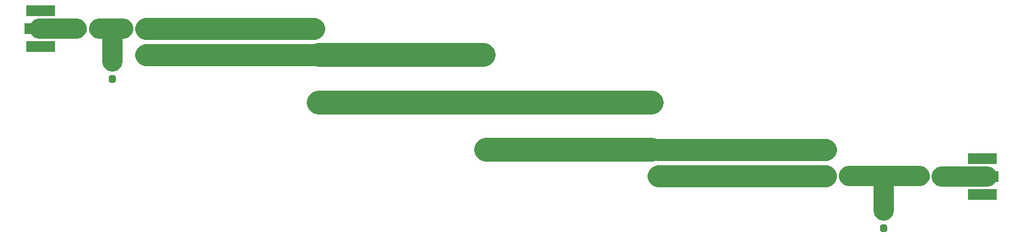
<source format=gbr>
G04 #@! TF.GenerationSoftware,KiCad,Pcbnew,5.1.2-f72e74a~84~ubuntu18.04.1*
G04 #@! TF.CreationDate,2019-11-13T16:28:08+01:00*
G04 #@! TF.ProjectId,filter_without_ind_cap,66696c74-6572-45f7-9769-74686f75745f,rev?*
G04 #@! TF.SameCoordinates,Original*
G04 #@! TF.FileFunction,Copper,L1,Top*
G04 #@! TF.FilePolarity,Positive*
%FSLAX46Y46*%
G04 Gerber Fmt 4.6, Leading zero omitted, Abs format (unit mm)*
G04 Created by KiCad (PCBNEW 5.1.2-f72e74a~84~ubuntu18.04.1) date 2019-11-13 16:28:08*
%MOMM*%
%LPD*%
G04 APERTURE LIST*
%ADD10C,0.100000*%
%ADD11C,0.950000*%
%ADD12C,1.050000*%
%ADD13R,4.060000X1.520000*%
%ADD14R,4.600000X1.520000*%
%ADD15C,0.800000*%
%ADD16C,3.100000*%
%ADD17C,3.416000*%
%ADD18C,2.900000*%
%ADD19C,0.250000*%
G04 APERTURE END LIST*
D10*
G36*
X204730779Y-117486144D02*
G01*
X204753834Y-117489563D01*
X204776443Y-117495227D01*
X204798387Y-117503079D01*
X204819457Y-117513044D01*
X204839448Y-117525026D01*
X204858168Y-117538910D01*
X204875438Y-117554562D01*
X204891090Y-117571832D01*
X204904974Y-117590552D01*
X204916956Y-117610543D01*
X204926921Y-117631613D01*
X204934773Y-117653557D01*
X204940437Y-117676166D01*
X204943856Y-117699221D01*
X204945000Y-117722500D01*
X204945000Y-118297500D01*
X204943856Y-118320779D01*
X204940437Y-118343834D01*
X204934773Y-118366443D01*
X204926921Y-118388387D01*
X204916956Y-118409457D01*
X204904974Y-118429448D01*
X204891090Y-118448168D01*
X204875438Y-118465438D01*
X204858168Y-118481090D01*
X204839448Y-118494974D01*
X204819457Y-118506956D01*
X204798387Y-118516921D01*
X204776443Y-118524773D01*
X204753834Y-118530437D01*
X204730779Y-118533856D01*
X204707500Y-118535000D01*
X204232500Y-118535000D01*
X204209221Y-118533856D01*
X204186166Y-118530437D01*
X204163557Y-118524773D01*
X204141613Y-118516921D01*
X204120543Y-118506956D01*
X204100552Y-118494974D01*
X204081832Y-118481090D01*
X204064562Y-118465438D01*
X204048910Y-118448168D01*
X204035026Y-118429448D01*
X204023044Y-118409457D01*
X204013079Y-118388387D01*
X204005227Y-118366443D01*
X203999563Y-118343834D01*
X203996144Y-118320779D01*
X203995000Y-118297500D01*
X203995000Y-117722500D01*
X203996144Y-117699221D01*
X203999563Y-117676166D01*
X204005227Y-117653557D01*
X204013079Y-117631613D01*
X204023044Y-117610543D01*
X204035026Y-117590552D01*
X204048910Y-117571832D01*
X204064562Y-117554562D01*
X204081832Y-117538910D01*
X204100552Y-117525026D01*
X204120543Y-117513044D01*
X204141613Y-117503079D01*
X204163557Y-117495227D01*
X204186166Y-117489563D01*
X204209221Y-117486144D01*
X204232500Y-117485000D01*
X204707500Y-117485000D01*
X204730779Y-117486144D01*
X204730779Y-117486144D01*
G37*
D11*
X204470000Y-118010000D03*
D10*
G36*
X204730779Y-119236144D02*
G01*
X204753834Y-119239563D01*
X204776443Y-119245227D01*
X204798387Y-119253079D01*
X204819457Y-119263044D01*
X204839448Y-119275026D01*
X204858168Y-119288910D01*
X204875438Y-119304562D01*
X204891090Y-119321832D01*
X204904974Y-119340552D01*
X204916956Y-119360543D01*
X204926921Y-119381613D01*
X204934773Y-119403557D01*
X204940437Y-119426166D01*
X204943856Y-119449221D01*
X204945000Y-119472500D01*
X204945000Y-120047500D01*
X204943856Y-120070779D01*
X204940437Y-120093834D01*
X204934773Y-120116443D01*
X204926921Y-120138387D01*
X204916956Y-120159457D01*
X204904974Y-120179448D01*
X204891090Y-120198168D01*
X204875438Y-120215438D01*
X204858168Y-120231090D01*
X204839448Y-120244974D01*
X204819457Y-120256956D01*
X204798387Y-120266921D01*
X204776443Y-120274773D01*
X204753834Y-120280437D01*
X204730779Y-120283856D01*
X204707500Y-120285000D01*
X204232500Y-120285000D01*
X204209221Y-120283856D01*
X204186166Y-120280437D01*
X204163557Y-120274773D01*
X204141613Y-120266921D01*
X204120543Y-120256956D01*
X204100552Y-120244974D01*
X204081832Y-120231090D01*
X204064562Y-120215438D01*
X204048910Y-120198168D01*
X204035026Y-120179448D01*
X204023044Y-120159457D01*
X204013079Y-120138387D01*
X204005227Y-120116443D01*
X203999563Y-120093834D01*
X203996144Y-120070779D01*
X203995000Y-120047500D01*
X203995000Y-119472500D01*
X203996144Y-119449221D01*
X203999563Y-119426166D01*
X204005227Y-119403557D01*
X204013079Y-119381613D01*
X204023044Y-119360543D01*
X204035026Y-119340552D01*
X204048910Y-119321832D01*
X204064562Y-119304562D01*
X204081832Y-119288910D01*
X204100552Y-119275026D01*
X204120543Y-119263044D01*
X204141613Y-119253079D01*
X204163557Y-119245227D01*
X204186166Y-119239563D01*
X204209221Y-119236144D01*
X204232500Y-119235000D01*
X204707500Y-119235000D01*
X204730779Y-119236144D01*
X204730779Y-119236144D01*
G37*
D11*
X204470000Y-119760000D03*
D10*
G36*
X95510779Y-98036144D02*
G01*
X95533834Y-98039563D01*
X95556443Y-98045227D01*
X95578387Y-98053079D01*
X95599457Y-98063044D01*
X95619448Y-98075026D01*
X95638168Y-98088910D01*
X95655438Y-98104562D01*
X95671090Y-98121832D01*
X95684974Y-98140552D01*
X95696956Y-98160543D01*
X95706921Y-98181613D01*
X95714773Y-98203557D01*
X95720437Y-98226166D01*
X95723856Y-98249221D01*
X95725000Y-98272500D01*
X95725000Y-98847500D01*
X95723856Y-98870779D01*
X95720437Y-98893834D01*
X95714773Y-98916443D01*
X95706921Y-98938387D01*
X95696956Y-98959457D01*
X95684974Y-98979448D01*
X95671090Y-98998168D01*
X95655438Y-99015438D01*
X95638168Y-99031090D01*
X95619448Y-99044974D01*
X95599457Y-99056956D01*
X95578387Y-99066921D01*
X95556443Y-99074773D01*
X95533834Y-99080437D01*
X95510779Y-99083856D01*
X95487500Y-99085000D01*
X95012500Y-99085000D01*
X94989221Y-99083856D01*
X94966166Y-99080437D01*
X94943557Y-99074773D01*
X94921613Y-99066921D01*
X94900543Y-99056956D01*
X94880552Y-99044974D01*
X94861832Y-99031090D01*
X94844562Y-99015438D01*
X94828910Y-98998168D01*
X94815026Y-98979448D01*
X94803044Y-98959457D01*
X94793079Y-98938387D01*
X94785227Y-98916443D01*
X94779563Y-98893834D01*
X94776144Y-98870779D01*
X94775000Y-98847500D01*
X94775000Y-98272500D01*
X94776144Y-98249221D01*
X94779563Y-98226166D01*
X94785227Y-98203557D01*
X94793079Y-98181613D01*
X94803044Y-98160543D01*
X94815026Y-98140552D01*
X94828910Y-98121832D01*
X94844562Y-98104562D01*
X94861832Y-98088910D01*
X94880552Y-98075026D01*
X94900543Y-98063044D01*
X94921613Y-98053079D01*
X94943557Y-98045227D01*
X94966166Y-98039563D01*
X94989221Y-98036144D01*
X95012500Y-98035000D01*
X95487500Y-98035000D01*
X95510779Y-98036144D01*
X95510779Y-98036144D01*
G37*
D11*
X95250000Y-98560000D03*
D10*
G36*
X95510779Y-96286144D02*
G01*
X95533834Y-96289563D01*
X95556443Y-96295227D01*
X95578387Y-96303079D01*
X95599457Y-96313044D01*
X95619448Y-96325026D01*
X95638168Y-96338910D01*
X95655438Y-96354562D01*
X95671090Y-96371832D01*
X95684974Y-96390552D01*
X95696956Y-96410543D01*
X95706921Y-96431613D01*
X95714773Y-96453557D01*
X95720437Y-96476166D01*
X95723856Y-96499221D01*
X95725000Y-96522500D01*
X95725000Y-97097500D01*
X95723856Y-97120779D01*
X95720437Y-97143834D01*
X95714773Y-97166443D01*
X95706921Y-97188387D01*
X95696956Y-97209457D01*
X95684974Y-97229448D01*
X95671090Y-97248168D01*
X95655438Y-97265438D01*
X95638168Y-97281090D01*
X95619448Y-97294974D01*
X95599457Y-97306956D01*
X95578387Y-97316921D01*
X95556443Y-97324773D01*
X95533834Y-97330437D01*
X95510779Y-97333856D01*
X95487500Y-97335000D01*
X95012500Y-97335000D01*
X94989221Y-97333856D01*
X94966166Y-97330437D01*
X94943557Y-97324773D01*
X94921613Y-97316921D01*
X94900543Y-97306956D01*
X94880552Y-97294974D01*
X94861832Y-97281090D01*
X94844562Y-97265438D01*
X94828910Y-97248168D01*
X94815026Y-97229448D01*
X94803044Y-97209457D01*
X94793079Y-97188387D01*
X94785227Y-97166443D01*
X94779563Y-97143834D01*
X94776144Y-97120779D01*
X94775000Y-97097500D01*
X94775000Y-96522500D01*
X94776144Y-96499221D01*
X94779563Y-96476166D01*
X94785227Y-96453557D01*
X94793079Y-96431613D01*
X94803044Y-96410543D01*
X94815026Y-96390552D01*
X94828910Y-96371832D01*
X94844562Y-96354562D01*
X94861832Y-96338910D01*
X94880552Y-96325026D01*
X94900543Y-96313044D01*
X94921613Y-96303079D01*
X94943557Y-96295227D01*
X94966166Y-96289563D01*
X94989221Y-96286144D01*
X95012500Y-96285000D01*
X95487500Y-96285000D01*
X95510779Y-96286144D01*
X95510779Y-96286144D01*
G37*
D11*
X95250000Y-96810000D03*
D10*
G36*
X197589505Y-111806204D02*
G01*
X197613773Y-111809804D01*
X197637572Y-111815765D01*
X197660671Y-111824030D01*
X197682850Y-111834520D01*
X197703893Y-111847132D01*
X197723599Y-111861747D01*
X197741777Y-111878223D01*
X197758253Y-111896401D01*
X197772868Y-111916107D01*
X197785480Y-111937150D01*
X197795970Y-111959329D01*
X197804235Y-111982428D01*
X197810196Y-112006227D01*
X197813796Y-112030495D01*
X197815000Y-112054999D01*
X197815000Y-112605001D01*
X197813796Y-112629505D01*
X197810196Y-112653773D01*
X197804235Y-112677572D01*
X197795970Y-112700671D01*
X197785480Y-112722850D01*
X197772868Y-112743893D01*
X197758253Y-112763599D01*
X197741777Y-112781777D01*
X197723599Y-112798253D01*
X197703893Y-112812868D01*
X197682850Y-112825480D01*
X197660671Y-112835970D01*
X197637572Y-112844235D01*
X197613773Y-112850196D01*
X197589505Y-112853796D01*
X197565001Y-112855000D01*
X196814999Y-112855000D01*
X196790495Y-112853796D01*
X196766227Y-112850196D01*
X196742428Y-112844235D01*
X196719329Y-112835970D01*
X196697150Y-112825480D01*
X196676107Y-112812868D01*
X196656401Y-112798253D01*
X196638223Y-112781777D01*
X196621747Y-112763599D01*
X196607132Y-112743893D01*
X196594520Y-112722850D01*
X196584030Y-112700671D01*
X196575765Y-112677572D01*
X196569804Y-112653773D01*
X196566204Y-112629505D01*
X196565000Y-112605001D01*
X196565000Y-112054999D01*
X196566204Y-112030495D01*
X196569804Y-112006227D01*
X196575765Y-111982428D01*
X196584030Y-111959329D01*
X196594520Y-111937150D01*
X196607132Y-111916107D01*
X196621747Y-111896401D01*
X196638223Y-111878223D01*
X196656401Y-111861747D01*
X196676107Y-111847132D01*
X196697150Y-111834520D01*
X196719329Y-111824030D01*
X196742428Y-111815765D01*
X196766227Y-111809804D01*
X196790495Y-111806204D01*
X196814999Y-111805000D01*
X197565001Y-111805000D01*
X197589505Y-111806204D01*
X197589505Y-111806204D01*
G37*
D12*
X197190000Y-112330000D03*
D10*
G36*
X199189505Y-111806204D02*
G01*
X199213773Y-111809804D01*
X199237572Y-111815765D01*
X199260671Y-111824030D01*
X199282850Y-111834520D01*
X199303893Y-111847132D01*
X199323599Y-111861747D01*
X199341777Y-111878223D01*
X199358253Y-111896401D01*
X199372868Y-111916107D01*
X199385480Y-111937150D01*
X199395970Y-111959329D01*
X199404235Y-111982428D01*
X199410196Y-112006227D01*
X199413796Y-112030495D01*
X199415000Y-112054999D01*
X199415000Y-112605001D01*
X199413796Y-112629505D01*
X199410196Y-112653773D01*
X199404235Y-112677572D01*
X199395970Y-112700671D01*
X199385480Y-112722850D01*
X199372868Y-112743893D01*
X199358253Y-112763599D01*
X199341777Y-112781777D01*
X199323599Y-112798253D01*
X199303893Y-112812868D01*
X199282850Y-112825480D01*
X199260671Y-112835970D01*
X199237572Y-112844235D01*
X199213773Y-112850196D01*
X199189505Y-112853796D01*
X199165001Y-112855000D01*
X198414999Y-112855000D01*
X198390495Y-112853796D01*
X198366227Y-112850196D01*
X198342428Y-112844235D01*
X198319329Y-112835970D01*
X198297150Y-112825480D01*
X198276107Y-112812868D01*
X198256401Y-112798253D01*
X198238223Y-112781777D01*
X198221747Y-112763599D01*
X198207132Y-112743893D01*
X198194520Y-112722850D01*
X198184030Y-112700671D01*
X198175765Y-112677572D01*
X198169804Y-112653773D01*
X198166204Y-112629505D01*
X198165000Y-112605001D01*
X198165000Y-112054999D01*
X198166204Y-112030495D01*
X198169804Y-112006227D01*
X198175765Y-111982428D01*
X198184030Y-111959329D01*
X198194520Y-111937150D01*
X198207132Y-111916107D01*
X198221747Y-111896401D01*
X198238223Y-111878223D01*
X198256401Y-111861747D01*
X198276107Y-111847132D01*
X198297150Y-111834520D01*
X198319329Y-111824030D01*
X198342428Y-111815765D01*
X198366227Y-111809804D01*
X198390495Y-111806204D01*
X198414999Y-111805000D01*
X199165001Y-111805000D01*
X199189505Y-111806204D01*
X199189505Y-111806204D01*
G37*
D12*
X198790000Y-112330000D03*
D10*
G36*
X99559505Y-90916204D02*
G01*
X99583773Y-90919804D01*
X99607572Y-90925765D01*
X99630671Y-90934030D01*
X99652850Y-90944520D01*
X99673893Y-90957132D01*
X99693599Y-90971747D01*
X99711777Y-90988223D01*
X99728253Y-91006401D01*
X99742868Y-91026107D01*
X99755480Y-91047150D01*
X99765970Y-91069329D01*
X99774235Y-91092428D01*
X99780196Y-91116227D01*
X99783796Y-91140495D01*
X99785000Y-91164999D01*
X99785000Y-91715001D01*
X99783796Y-91739505D01*
X99780196Y-91763773D01*
X99774235Y-91787572D01*
X99765970Y-91810671D01*
X99755480Y-91832850D01*
X99742868Y-91853893D01*
X99728253Y-91873599D01*
X99711777Y-91891777D01*
X99693599Y-91908253D01*
X99673893Y-91922868D01*
X99652850Y-91935480D01*
X99630671Y-91945970D01*
X99607572Y-91954235D01*
X99583773Y-91960196D01*
X99559505Y-91963796D01*
X99535001Y-91965000D01*
X98784999Y-91965000D01*
X98760495Y-91963796D01*
X98736227Y-91960196D01*
X98712428Y-91954235D01*
X98689329Y-91945970D01*
X98667150Y-91935480D01*
X98646107Y-91922868D01*
X98626401Y-91908253D01*
X98608223Y-91891777D01*
X98591747Y-91873599D01*
X98577132Y-91853893D01*
X98564520Y-91832850D01*
X98554030Y-91810671D01*
X98545765Y-91787572D01*
X98539804Y-91763773D01*
X98536204Y-91739505D01*
X98535000Y-91715001D01*
X98535000Y-91164999D01*
X98536204Y-91140495D01*
X98539804Y-91116227D01*
X98545765Y-91092428D01*
X98554030Y-91069329D01*
X98564520Y-91047150D01*
X98577132Y-91026107D01*
X98591747Y-91006401D01*
X98608223Y-90988223D01*
X98626401Y-90971747D01*
X98646107Y-90957132D01*
X98667150Y-90944520D01*
X98689329Y-90934030D01*
X98712428Y-90925765D01*
X98736227Y-90919804D01*
X98760495Y-90916204D01*
X98784999Y-90915000D01*
X99535001Y-90915000D01*
X99559505Y-90916204D01*
X99559505Y-90916204D01*
G37*
D12*
X99160000Y-91440000D03*
D10*
G36*
X97959505Y-90916204D02*
G01*
X97983773Y-90919804D01*
X98007572Y-90925765D01*
X98030671Y-90934030D01*
X98052850Y-90944520D01*
X98073893Y-90957132D01*
X98093599Y-90971747D01*
X98111777Y-90988223D01*
X98128253Y-91006401D01*
X98142868Y-91026107D01*
X98155480Y-91047150D01*
X98165970Y-91069329D01*
X98174235Y-91092428D01*
X98180196Y-91116227D01*
X98183796Y-91140495D01*
X98185000Y-91164999D01*
X98185000Y-91715001D01*
X98183796Y-91739505D01*
X98180196Y-91763773D01*
X98174235Y-91787572D01*
X98165970Y-91810671D01*
X98155480Y-91832850D01*
X98142868Y-91853893D01*
X98128253Y-91873599D01*
X98111777Y-91891777D01*
X98093599Y-91908253D01*
X98073893Y-91922868D01*
X98052850Y-91935480D01*
X98030671Y-91945970D01*
X98007572Y-91954235D01*
X97983773Y-91960196D01*
X97959505Y-91963796D01*
X97935001Y-91965000D01*
X97184999Y-91965000D01*
X97160495Y-91963796D01*
X97136227Y-91960196D01*
X97112428Y-91954235D01*
X97089329Y-91945970D01*
X97067150Y-91935480D01*
X97046107Y-91922868D01*
X97026401Y-91908253D01*
X97008223Y-91891777D01*
X96991747Y-91873599D01*
X96977132Y-91853893D01*
X96964520Y-91832850D01*
X96954030Y-91810671D01*
X96945765Y-91787572D01*
X96939804Y-91763773D01*
X96936204Y-91739505D01*
X96935000Y-91715001D01*
X96935000Y-91164999D01*
X96936204Y-91140495D01*
X96939804Y-91116227D01*
X96945765Y-91092428D01*
X96954030Y-91069329D01*
X96964520Y-91047150D01*
X96977132Y-91026107D01*
X96991747Y-91006401D01*
X97008223Y-90988223D01*
X97026401Y-90971747D01*
X97046107Y-90957132D01*
X97067150Y-90944520D01*
X97089329Y-90934030D01*
X97112428Y-90925765D01*
X97136227Y-90919804D01*
X97160495Y-90916204D01*
X97184999Y-90915000D01*
X97935001Y-90915000D01*
X97959505Y-90916204D01*
X97959505Y-90916204D01*
G37*
D12*
X97560000Y-91440000D03*
D10*
G36*
X210789505Y-111906204D02*
G01*
X210813773Y-111909804D01*
X210837572Y-111915765D01*
X210860671Y-111924030D01*
X210882850Y-111934520D01*
X210903893Y-111947132D01*
X210923599Y-111961747D01*
X210941777Y-111978223D01*
X210958253Y-111996401D01*
X210972868Y-112016107D01*
X210985480Y-112037150D01*
X210995970Y-112059329D01*
X211004235Y-112082428D01*
X211010196Y-112106227D01*
X211013796Y-112130495D01*
X211015000Y-112154999D01*
X211015000Y-112705001D01*
X211013796Y-112729505D01*
X211010196Y-112753773D01*
X211004235Y-112777572D01*
X210995970Y-112800671D01*
X210985480Y-112822850D01*
X210972868Y-112843893D01*
X210958253Y-112863599D01*
X210941777Y-112881777D01*
X210923599Y-112898253D01*
X210903893Y-112912868D01*
X210882850Y-112925480D01*
X210860671Y-112935970D01*
X210837572Y-112944235D01*
X210813773Y-112950196D01*
X210789505Y-112953796D01*
X210765001Y-112955000D01*
X210014999Y-112955000D01*
X209990495Y-112953796D01*
X209966227Y-112950196D01*
X209942428Y-112944235D01*
X209919329Y-112935970D01*
X209897150Y-112925480D01*
X209876107Y-112912868D01*
X209856401Y-112898253D01*
X209838223Y-112881777D01*
X209821747Y-112863599D01*
X209807132Y-112843893D01*
X209794520Y-112822850D01*
X209784030Y-112800671D01*
X209775765Y-112777572D01*
X209769804Y-112753773D01*
X209766204Y-112729505D01*
X209765000Y-112705001D01*
X209765000Y-112154999D01*
X209766204Y-112130495D01*
X209769804Y-112106227D01*
X209775765Y-112082428D01*
X209784030Y-112059329D01*
X209794520Y-112037150D01*
X209807132Y-112016107D01*
X209821747Y-111996401D01*
X209838223Y-111978223D01*
X209856401Y-111961747D01*
X209876107Y-111947132D01*
X209897150Y-111934520D01*
X209919329Y-111924030D01*
X209942428Y-111915765D01*
X209966227Y-111909804D01*
X209990495Y-111906204D01*
X210014999Y-111905000D01*
X210765001Y-111905000D01*
X210789505Y-111906204D01*
X210789505Y-111906204D01*
G37*
D12*
X210390000Y-112430000D03*
D10*
G36*
X212389505Y-111906204D02*
G01*
X212413773Y-111909804D01*
X212437572Y-111915765D01*
X212460671Y-111924030D01*
X212482850Y-111934520D01*
X212503893Y-111947132D01*
X212523599Y-111961747D01*
X212541777Y-111978223D01*
X212558253Y-111996401D01*
X212572868Y-112016107D01*
X212585480Y-112037150D01*
X212595970Y-112059329D01*
X212604235Y-112082428D01*
X212610196Y-112106227D01*
X212613796Y-112130495D01*
X212615000Y-112154999D01*
X212615000Y-112705001D01*
X212613796Y-112729505D01*
X212610196Y-112753773D01*
X212604235Y-112777572D01*
X212595970Y-112800671D01*
X212585480Y-112822850D01*
X212572868Y-112843893D01*
X212558253Y-112863599D01*
X212541777Y-112881777D01*
X212523599Y-112898253D01*
X212503893Y-112912868D01*
X212482850Y-112925480D01*
X212460671Y-112935970D01*
X212437572Y-112944235D01*
X212413773Y-112950196D01*
X212389505Y-112953796D01*
X212365001Y-112955000D01*
X211614999Y-112955000D01*
X211590495Y-112953796D01*
X211566227Y-112950196D01*
X211542428Y-112944235D01*
X211519329Y-112935970D01*
X211497150Y-112925480D01*
X211476107Y-112912868D01*
X211456401Y-112898253D01*
X211438223Y-112881777D01*
X211421747Y-112863599D01*
X211407132Y-112843893D01*
X211394520Y-112822850D01*
X211384030Y-112800671D01*
X211375765Y-112777572D01*
X211369804Y-112753773D01*
X211366204Y-112729505D01*
X211365000Y-112705001D01*
X211365000Y-112154999D01*
X211366204Y-112130495D01*
X211369804Y-112106227D01*
X211375765Y-112082428D01*
X211384030Y-112059329D01*
X211394520Y-112037150D01*
X211407132Y-112016107D01*
X211421747Y-111996401D01*
X211438223Y-111978223D01*
X211456401Y-111961747D01*
X211476107Y-111947132D01*
X211497150Y-111934520D01*
X211519329Y-111924030D01*
X211542428Y-111915765D01*
X211566227Y-111909804D01*
X211590495Y-111906204D01*
X211614999Y-111905000D01*
X212365001Y-111905000D01*
X212389505Y-111906204D01*
X212389505Y-111906204D01*
G37*
D12*
X211990000Y-112430000D03*
D10*
G36*
X91409505Y-90916204D02*
G01*
X91433773Y-90919804D01*
X91457572Y-90925765D01*
X91480671Y-90934030D01*
X91502850Y-90944520D01*
X91523893Y-90957132D01*
X91543599Y-90971747D01*
X91561777Y-90988223D01*
X91578253Y-91006401D01*
X91592868Y-91026107D01*
X91605480Y-91047150D01*
X91615970Y-91069329D01*
X91624235Y-91092428D01*
X91630196Y-91116227D01*
X91633796Y-91140495D01*
X91635000Y-91164999D01*
X91635000Y-91715001D01*
X91633796Y-91739505D01*
X91630196Y-91763773D01*
X91624235Y-91787572D01*
X91615970Y-91810671D01*
X91605480Y-91832850D01*
X91592868Y-91853893D01*
X91578253Y-91873599D01*
X91561777Y-91891777D01*
X91543599Y-91908253D01*
X91523893Y-91922868D01*
X91502850Y-91935480D01*
X91480671Y-91945970D01*
X91457572Y-91954235D01*
X91433773Y-91960196D01*
X91409505Y-91963796D01*
X91385001Y-91965000D01*
X90634999Y-91965000D01*
X90610495Y-91963796D01*
X90586227Y-91960196D01*
X90562428Y-91954235D01*
X90539329Y-91945970D01*
X90517150Y-91935480D01*
X90496107Y-91922868D01*
X90476401Y-91908253D01*
X90458223Y-91891777D01*
X90441747Y-91873599D01*
X90427132Y-91853893D01*
X90414520Y-91832850D01*
X90404030Y-91810671D01*
X90395765Y-91787572D01*
X90389804Y-91763773D01*
X90386204Y-91739505D01*
X90385000Y-91715001D01*
X90385000Y-91164999D01*
X90386204Y-91140495D01*
X90389804Y-91116227D01*
X90395765Y-91092428D01*
X90404030Y-91069329D01*
X90414520Y-91047150D01*
X90427132Y-91026107D01*
X90441747Y-91006401D01*
X90458223Y-90988223D01*
X90476401Y-90971747D01*
X90496107Y-90957132D01*
X90517150Y-90944520D01*
X90539329Y-90934030D01*
X90562428Y-90925765D01*
X90586227Y-90919804D01*
X90610495Y-90916204D01*
X90634999Y-90915000D01*
X91385001Y-90915000D01*
X91409505Y-90916204D01*
X91409505Y-90916204D01*
G37*
D12*
X91010000Y-91440000D03*
D10*
G36*
X93009505Y-90916204D02*
G01*
X93033773Y-90919804D01*
X93057572Y-90925765D01*
X93080671Y-90934030D01*
X93102850Y-90944520D01*
X93123893Y-90957132D01*
X93143599Y-90971747D01*
X93161777Y-90988223D01*
X93178253Y-91006401D01*
X93192868Y-91026107D01*
X93205480Y-91047150D01*
X93215970Y-91069329D01*
X93224235Y-91092428D01*
X93230196Y-91116227D01*
X93233796Y-91140495D01*
X93235000Y-91164999D01*
X93235000Y-91715001D01*
X93233796Y-91739505D01*
X93230196Y-91763773D01*
X93224235Y-91787572D01*
X93215970Y-91810671D01*
X93205480Y-91832850D01*
X93192868Y-91853893D01*
X93178253Y-91873599D01*
X93161777Y-91891777D01*
X93143599Y-91908253D01*
X93123893Y-91922868D01*
X93102850Y-91935480D01*
X93080671Y-91945970D01*
X93057572Y-91954235D01*
X93033773Y-91960196D01*
X93009505Y-91963796D01*
X92985001Y-91965000D01*
X92234999Y-91965000D01*
X92210495Y-91963796D01*
X92186227Y-91960196D01*
X92162428Y-91954235D01*
X92139329Y-91945970D01*
X92117150Y-91935480D01*
X92096107Y-91922868D01*
X92076401Y-91908253D01*
X92058223Y-91891777D01*
X92041747Y-91873599D01*
X92027132Y-91853893D01*
X92014520Y-91832850D01*
X92004030Y-91810671D01*
X91995765Y-91787572D01*
X91989804Y-91763773D01*
X91986204Y-91739505D01*
X91985000Y-91715001D01*
X91985000Y-91164999D01*
X91986204Y-91140495D01*
X91989804Y-91116227D01*
X91995765Y-91092428D01*
X92004030Y-91069329D01*
X92014520Y-91047150D01*
X92027132Y-91026107D01*
X92041747Y-91006401D01*
X92058223Y-90988223D01*
X92076401Y-90971747D01*
X92096107Y-90957132D01*
X92117150Y-90944520D01*
X92139329Y-90934030D01*
X92162428Y-90925765D01*
X92186227Y-90919804D01*
X92210495Y-90916204D01*
X92234999Y-90915000D01*
X92985001Y-90915000D01*
X93009505Y-90916204D01*
X93009505Y-90916204D01*
G37*
D12*
X92610000Y-91440000D03*
D13*
X218440000Y-114950000D03*
X218440000Y-109870000D03*
D14*
X218440000Y-112410000D03*
D13*
X85090000Y-88900000D03*
X85090000Y-93980000D03*
D14*
X85090000Y-91440000D03*
D15*
X219710000Y-114970000D03*
X218440000Y-114970000D03*
X217170000Y-114970000D03*
X219710000Y-109820000D03*
X218440000Y-109820000D03*
X217170000Y-109820000D03*
X95250000Y-98560000D03*
X86360000Y-93980000D03*
X85090000Y-93980000D03*
X83820000Y-93980000D03*
X86360000Y-88900000D03*
X85090000Y-88900000D03*
X83820000Y-88900000D03*
X204470000Y-119850000D03*
D16*
X100030000Y-95180000D02*
X123790000Y-95180000D01*
D17*
X124460000Y-95180000D02*
X147870000Y-95180000D01*
X124460000Y-101890000D02*
X147870000Y-101890000D01*
X148210000Y-101890000D02*
X171620000Y-101890000D01*
X148210000Y-108600000D02*
X171620000Y-108600000D01*
D16*
X172540000Y-108600000D02*
X196300000Y-108600000D01*
D18*
X84900000Y-91440000D02*
X90170000Y-91440000D01*
X95250000Y-96040000D02*
X95250000Y-92710000D01*
D19*
X95250000Y-92710000D02*
X93980000Y-91440000D01*
D18*
X93380000Y-91440000D02*
X93980000Y-91440000D01*
X93980000Y-91440000D02*
X96800000Y-91440000D01*
X199570000Y-112330000D02*
X203770000Y-112330000D01*
D19*
X204470000Y-113030000D02*
X203770000Y-112330000D01*
D18*
X204470000Y-117235000D02*
X204470000Y-113030000D01*
X203770000Y-112330000D02*
X209550000Y-112330000D01*
D19*
X218420000Y-112430000D02*
X218440000Y-112410000D01*
D18*
X212690000Y-112430000D02*
X219120000Y-112430000D01*
D16*
X100030000Y-91440000D02*
X123790000Y-91440000D01*
X172540000Y-112340300D02*
X196300000Y-112340300D01*
M02*

</source>
